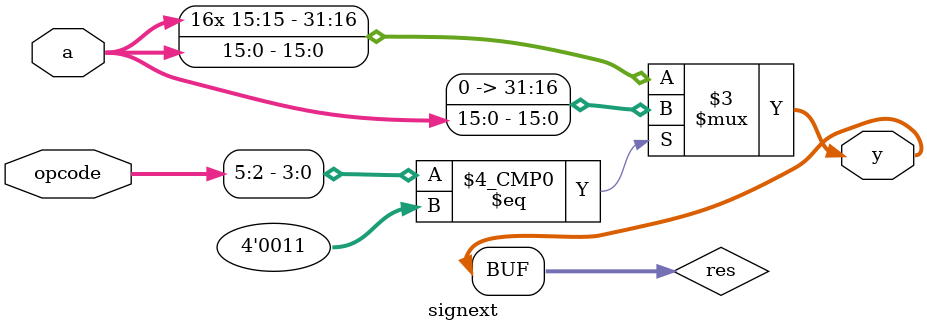
<source format=v>
`timescale 1ns / 1ps


module signext(
	input wire[15:0] a,
	input wire [5: 0] opcode,
	output wire[31:0] y
    );
	reg [31:0] res;
	assign y = res;
	always @(*) begin
		case (opcode[5: 2])
			4'b0000: begin
				res <= {{16{a[15]}},a};
			end
			4'b0011: begin
				res <= {16'b0, a};
			end
			default: res <=  {{16{a[15]}},a};
		endcase	
	end
endmodule

</source>
